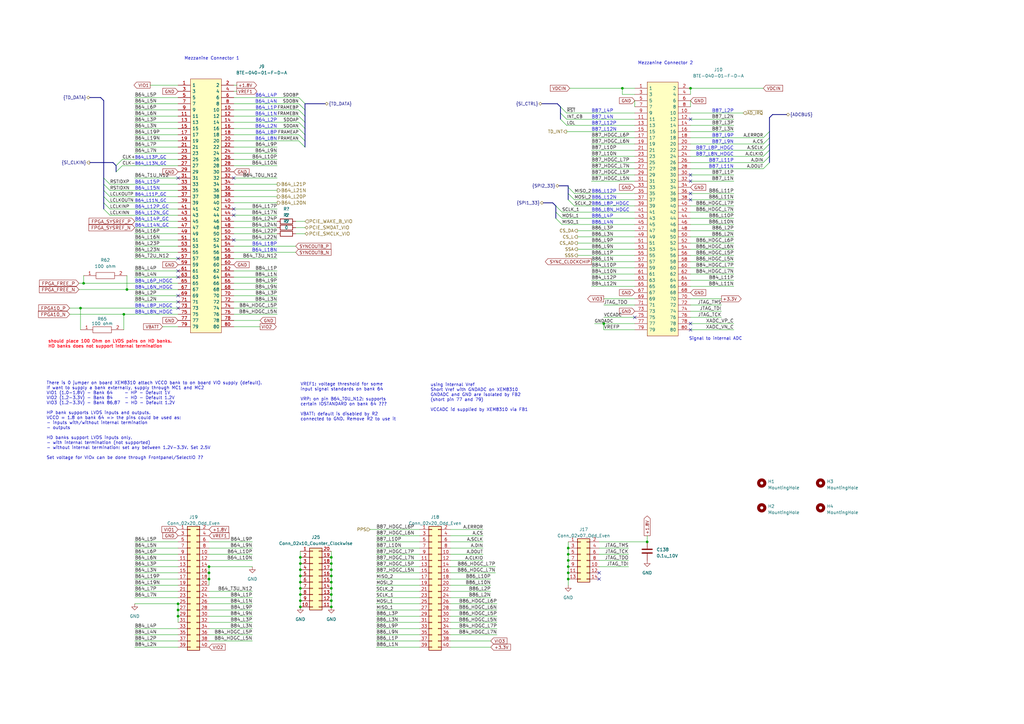
<source format=kicad_sch>
(kicad_sch (version 20230121) (generator eeschema)
  (paper "A3")
  (bus_alias "SPI2_33" (members "SCLK_2" "MOSI_2" "MISO_2"))
  (bus_alias "Si_CLKIN" (members "CLK+" "CLK-"))
  (bus_alias "Si_CTRL" (members "LOL" "INT_CB" "~{RST}"))
  (bus_alias "TD_DATA" (members "FRAMEAP" "FRAMEAN" "SDOAP" "SDOAN" "FRAMEBP" "FRAMEBN" "SDOBP" "SDOBN" "RSTIDXP" "RSTIDXN" "LCLKINP" "LCLKINN" "LCLKOUTP" "LCLKOUTN"))
  (junction (at 73.025 247.65))
  (junction (at 233.045 232.41))
  (junction (at 123.19 248.92))
  (junction (at 135.89 236.22))
  (junction (at 123.19 241.3))
  (junction (at 85.725 232.41))
  (junction (at 123.19 246.38))
  (junction (at 52.07 118.745))
  (junction (at 85.725 234.95))
  (junction (at 233.045 234.95))
  (junction (at 283.21 36.195))
  (junction (at 123.19 228.6))
  (junction (at 135.89 248.92))
  (junction (at 34.29 116.205))
  (junction (at 233.045 227.33))
  (junction (at 50.8 128.905))
  (junction (at 123.19 236.22))
  (junction (at 233.045 224.79))
  (junction (at 135.89 241.3))
  (junction (at 123.19 231.14))
  (junction (at 85.725 237.49))
  (junction (at 123.19 233.68))
  (junction (at 73.025 252.73))
  (junction (at 135.89 238.76))
  (junction (at 255.27 36.195))
  (junction (at 73.025 250.19))
  (junction (at 265.43 222.25))
  (junction (at 135.89 231.14))
  (junction (at 135.89 243.84))
  (junction (at 135.89 233.68))
  (junction (at 135.89 246.38))
  (junction (at 233.045 229.87))
  (junction (at 33.02 126.365))
  (junction (at 135.89 228.6))
  (junction (at 123.19 243.84))
  (junction (at 247.65 132.715))
  (junction (at 123.19 238.76))
  (junction (at 233.045 237.49))
  (no_connect (at 95.885 88.265))
  (no_connect (at 73.025 123.825))
  (no_connect (at 283.21 79.375))
  (no_connect (at 73.025 113.665))
  (no_connect (at 73.025 73.025))
  (no_connect (at 260.35 130.175))
  (no_connect (at 245.745 237.49))
  (no_connect (at 283.21 74.295))
  (no_connect (at 283.21 132.715))
  (no_connect (at 283.21 81.915))
  (no_connect (at 73.025 121.285))
  (no_connect (at 73.025 126.365))
  (no_connect (at 95.885 98.425))
  (no_connect (at 95.885 85.725))
  (no_connect (at 73.025 111.125))
  (no_connect (at 73.025 106.045))
  (no_connect (at 283.21 48.895))
  (no_connect (at 95.885 73.025))
  (no_connect (at 283.21 135.255))
  (no_connect (at 245.745 234.95))
  (no_connect (at 283.21 71.755))
  (bus_entry (at 313.055 64.135) (size 2.54 -2.54))
  (bus_entry (at 42.545 73.025) (size 2.54 2.54))
  (bus_entry (at 227.965 89.535) (size 2.54 2.54))
  (bus_entry (at 42.545 80.645) (size 2.54 2.54))
  (bus_entry (at 47.625 70.485) (size 2.54 -2.54))
  (bus_entry (at 122.555 40.005) (size 2.54 2.54))
  (bus_entry (at 227.965 84.455) (size 2.54 2.54))
  (bus_entry (at 313.055 69.215) (size 2.54 -2.54))
  (bus_entry (at 42.545 75.565) (size 2.54 2.54))
  (bus_entry (at 313.055 59.055) (size 2.54 -2.54))
  (bus_entry (at 313.055 61.595) (size 2.54 -2.54))
  (bus_entry (at 122.555 42.545) (size 2.54 2.54))
  (bus_entry (at 229.87 43.815) (size 2.54 2.54))
  (bus_entry (at 227.965 86.995) (size 2.54 2.54))
  (bus_entry (at 313.055 56.515) (size 2.54 -2.54))
  (bus_entry (at 229.87 48.895) (size 2.54 2.54))
  (bus_entry (at 42.545 78.105) (size 2.54 2.54))
  (bus_entry (at 122.555 50.165) (size 2.54 2.54))
  (bus_entry (at 122.555 47.625) (size 2.54 2.54))
  (bus_entry (at 313.055 66.675) (size 2.54 -2.54))
  (bus_entry (at 229.87 46.355) (size 2.54 2.54))
  (bus_entry (at 42.545 83.185) (size 2.54 2.54))
  (bus_entry (at 233.045 76.835) (size 2.54 2.54))
  (bus_entry (at 42.545 85.725) (size 2.54 2.54))
  (bus_entry (at 233.045 79.375) (size 2.54 2.54))
  (bus_entry (at 122.555 52.705) (size 2.54 2.54))
  (bus_entry (at 122.555 45.085) (size 2.54 2.54))
  (bus_entry (at 47.625 67.945) (size 2.54 -2.54))
  (bus_entry (at 122.555 55.245) (size 2.54 2.54))
  (bus_entry (at 122.555 57.785) (size 2.54 2.54))
  (bus_entry (at 233.045 81.915) (size 2.54 2.54))
  (bus (pts (xy 315.595 48.26) (xy 315.595 53.975)))
  (wire (pts (xy 95.885 93.345) (xy 113.665 93.345)))
  (wire (pts (xy 55.245 57.785) (xy 73.025 57.785)))
  (wire (pts (xy 45.085 75.565) (xy 73.025 75.565)))
  (wire (pts (xy 283.21 109.855) (xy 300.99 109.855)))
  (wire (pts (xy 247.65 122.555) (xy 260.35 122.555)))
  (wire (pts (xy 154.305 260.35) (xy 172.085 260.35)))
  (wire (pts (xy 123.19 246.38) (xy 123.19 248.92)))
  (bus (pts (xy 42.545 83.185) (xy 42.545 80.645)))
  (wire (pts (xy 283.21 51.435) (xy 300.99 51.435)))
  (wire (pts (xy 283.21 41.275) (xy 283.21 43.815)))
  (wire (pts (xy 73.025 234.95) (xy 55.245 234.95)))
  (wire (pts (xy 55.245 55.245) (xy 73.025 55.245)))
  (wire (pts (xy 233.045 234.95) (xy 233.045 237.49)))
  (wire (pts (xy 235.585 81.915) (xy 260.35 81.915)))
  (wire (pts (xy 283.21 46.355) (xy 304.8 46.355)))
  (wire (pts (xy 85.725 250.19) (xy 103.505 250.19)))
  (wire (pts (xy 85.725 222.25) (xy 103.505 222.25)))
  (wire (pts (xy 172.085 232.41) (xy 154.305 232.41)))
  (wire (pts (xy 245.745 224.79) (xy 257.81 224.79)))
  (bus (pts (xy 315.595 56.515) (xy 315.595 53.975)))
  (wire (pts (xy 233.045 229.87) (xy 233.045 232.41)))
  (wire (pts (xy 95.885 62.865) (xy 113.665 62.865)))
  (wire (pts (xy 95.885 111.125) (xy 113.665 111.125)))
  (wire (pts (xy 85.725 224.79) (xy 103.505 224.79)))
  (wire (pts (xy 95.885 50.165) (xy 122.555 50.165)))
  (wire (pts (xy 95.885 103.505) (xy 121.285 103.505)))
  (wire (pts (xy 283.21 71.755) (xy 300.99 71.755)))
  (bus (pts (xy 315.595 61.595) (xy 315.595 64.135)))
  (wire (pts (xy 95.885 37.465) (xy 97.155 37.465)))
  (wire (pts (xy 184.785 229.87) (xy 198.12 229.87)))
  (wire (pts (xy 243.84 132.715) (xy 247.65 132.715)))
  (wire (pts (xy 55.245 60.325) (xy 73.025 60.325)))
  (wire (pts (xy 230.505 92.075) (xy 260.35 92.075)))
  (wire (pts (xy 184.785 240.03) (xy 201.295 240.03)))
  (wire (pts (xy 283.21 117.475) (xy 300.99 117.475)))
  (wire (pts (xy 135.89 228.6) (xy 135.89 231.14)))
  (wire (pts (xy 154.305 262.89) (xy 172.085 262.89)))
  (wire (pts (xy 95.885 67.945) (xy 113.665 67.945)))
  (wire (pts (xy 95.885 88.265) (xy 113.665 88.265)))
  (wire (pts (xy 85.725 257.81) (xy 103.505 257.81)))
  (wire (pts (xy 184.785 245.11) (xy 201.295 245.11)))
  (wire (pts (xy 55.245 50.165) (xy 73.025 50.165)))
  (wire (pts (xy 233.045 222.25) (xy 233.045 224.79)))
  (bus (pts (xy 42.545 75.565) (xy 42.545 78.105)))
  (wire (pts (xy 28.575 128.905) (xy 50.8 128.905)))
  (wire (pts (xy 283.21 61.595) (xy 313.055 61.595)))
  (bus (pts (xy 125.095 50.165) (xy 125.095 47.625)))
  (bus (pts (xy 229.87 43.815) (xy 228.6 42.545)))
  (wire (pts (xy 247.65 132.715) (xy 247.65 135.255)))
  (wire (pts (xy 283.21 125.095) (xy 295.91 125.095)))
  (wire (pts (xy 95.885 42.545) (xy 122.555 42.545)))
  (bus (pts (xy 42.545 41.275) (xy 42.545 73.025)))
  (wire (pts (xy 242.57 71.755) (xy 260.35 71.755)))
  (wire (pts (xy 184.785 227.33) (xy 198.12 227.33)))
  (wire (pts (xy 123.19 226.06) (xy 123.19 228.6)))
  (wire (pts (xy 45.085 78.105) (xy 73.025 78.105)))
  (wire (pts (xy 184.785 262.89) (xy 201.295 262.89)))
  (wire (pts (xy 50.165 67.945) (xy 73.025 67.945)))
  (wire (pts (xy 233.045 237.49) (xy 233.045 240.03)))
  (wire (pts (xy 151.765 217.17) (xy 172.085 217.17)))
  (wire (pts (xy 172.085 219.71) (xy 154.305 219.71)))
  (wire (pts (xy 283.21 94.615) (xy 300.99 94.615)))
  (wire (pts (xy 260.35 36.195) (xy 255.27 36.195)))
  (wire (pts (xy 154.305 257.81) (xy 172.085 257.81)))
  (wire (pts (xy 28.575 126.365) (xy 33.02 126.365)))
  (wire (pts (xy 184.785 219.71) (xy 198.12 219.71)))
  (wire (pts (xy 85.725 252.73) (xy 103.505 252.73)))
  (bus (pts (xy 125.095 45.085) (xy 125.095 42.545)))
  (wire (pts (xy 95.885 40.005) (xy 122.555 40.005)))
  (wire (pts (xy 55.245 100.965) (xy 73.025 100.965)))
  (wire (pts (xy 283.21 64.135) (xy 313.055 64.135)))
  (wire (pts (xy 95.885 65.405) (xy 113.665 65.405)))
  (wire (pts (xy 55.245 90.805) (xy 73.025 90.805)))
  (wire (pts (xy 242.57 117.475) (xy 260.35 117.475)))
  (wire (pts (xy 45.085 83.185) (xy 73.025 83.185)))
  (wire (pts (xy 135.89 248.92) (xy 135.89 246.38)))
  (wire (pts (xy 95.885 128.905) (xy 113.665 128.905)))
  (wire (pts (xy 33.02 126.365) (xy 33.02 135.255)))
  (wire (pts (xy 45.085 80.645) (xy 73.025 80.645)))
  (bus (pts (xy 42.545 80.645) (xy 42.545 78.105)))
  (wire (pts (xy 283.21 84.455) (xy 300.99 84.455)))
  (wire (pts (xy 184.785 265.43) (xy 201.295 265.43)))
  (bus (pts (xy 47.625 70.485) (xy 47.625 67.945)))
  (bus (pts (xy 47.625 67.945) (xy 46.355 66.675)))
  (wire (pts (xy 184.785 234.95) (xy 203.2 234.95)))
  (wire (pts (xy 135.89 226.06) (xy 135.89 228.6)))
  (wire (pts (xy 260.35 41.275) (xy 260.35 43.815)))
  (wire (pts (xy 247.65 135.255) (xy 260.35 135.255)))
  (wire (pts (xy 236.855 102.235) (xy 260.35 102.235)))
  (wire (pts (xy 50.8 128.905) (xy 50.8 135.255)))
  (wire (pts (xy 55.245 257.81) (xy 73.025 257.81)))
  (wire (pts (xy 233.045 227.33) (xy 233.045 229.87)))
  (bus (pts (xy 233.045 76.835) (xy 233.045 76.2)))
  (wire (pts (xy 245.745 222.25) (xy 265.43 222.25)))
  (wire (pts (xy 32.385 116.205) (xy 34.29 116.205)))
  (wire (pts (xy 95.885 52.705) (xy 122.555 52.705)))
  (wire (pts (xy 230.505 86.995) (xy 260.35 86.995)))
  (wire (pts (xy 265.43 219.71) (xy 265.43 222.25)))
  (wire (pts (xy 230.505 89.535) (xy 260.35 89.535)))
  (wire (pts (xy 184.785 217.17) (xy 198.12 217.17)))
  (wire (pts (xy 85.725 262.89) (xy 103.505 262.89)))
  (wire (pts (xy 242.57 69.215) (xy 260.35 69.215)))
  (wire (pts (xy 32.385 118.745) (xy 52.07 118.745)))
  (wire (pts (xy 103.505 232.41) (xy 85.725 232.41)))
  (wire (pts (xy 55.245 62.865) (xy 73.025 62.865)))
  (wire (pts (xy 55.245 45.085) (xy 73.025 45.085)))
  (wire (pts (xy 283.21 59.055) (xy 313.055 59.055)))
  (wire (pts (xy 283.21 122.555) (xy 295.91 122.555)))
  (wire (pts (xy 73.025 245.11) (xy 55.245 245.11)))
  (wire (pts (xy 245.745 227.33) (xy 257.81 227.33)))
  (wire (pts (xy 242.57 64.135) (xy 260.35 64.135)))
  (wire (pts (xy 123.19 228.6) (xy 123.19 231.14)))
  (wire (pts (xy 103.505 229.87) (xy 85.725 229.87)))
  (wire (pts (xy 236.855 99.695) (xy 260.35 99.695)))
  (wire (pts (xy 233.045 224.79) (xy 233.045 227.33)))
  (wire (pts (xy 55.245 103.505) (xy 73.025 103.505)))
  (bus (pts (xy 125.095 57.785) (xy 125.095 55.245)))
  (wire (pts (xy 242.57 107.315) (xy 260.35 107.315)))
  (bus (pts (xy 315.595 48.26) (xy 316.865 46.99)))
  (wire (pts (xy 184.785 224.79) (xy 198.12 224.79)))
  (bus (pts (xy 125.095 52.705) (xy 125.095 50.165)))
  (wire (pts (xy 235.585 79.375) (xy 260.35 79.375)))
  (wire (pts (xy 50.8 128.905) (xy 73.025 128.905)))
  (wire (pts (xy 73.025 247.65) (xy 55.245 247.65)))
  (wire (pts (xy 123.19 231.14) (xy 123.19 233.68)))
  (wire (pts (xy 283.21 130.175) (xy 295.91 130.175)))
  (wire (pts (xy 121.285 93.345) (xy 125.095 93.345)))
  (wire (pts (xy 95.885 78.105) (xy 113.665 78.105)))
  (wire (pts (xy 154.305 265.43) (xy 172.085 265.43)))
  (wire (pts (xy 73.025 242.57) (xy 55.245 242.57)))
  (wire (pts (xy 172.085 222.25) (xy 154.305 222.25)))
  (wire (pts (xy 283.21 127.635) (xy 295.91 127.635)))
  (wire (pts (xy 154.305 252.73) (xy 172.085 252.73)))
  (wire (pts (xy 45.085 88.265) (xy 73.025 88.265)))
  (wire (pts (xy 283.21 86.995) (xy 300.99 86.995)))
  (bus (pts (xy 125.095 55.245) (xy 125.095 52.705)))
  (wire (pts (xy 95.885 116.205) (xy 113.665 116.205)))
  (wire (pts (xy 283.21 99.695) (xy 300.99 99.695)))
  (bus (pts (xy 315.595 61.595) (xy 315.595 59.055)))
  (wire (pts (xy 184.785 242.57) (xy 201.295 242.57)))
  (wire (pts (xy 283.21 114.935) (xy 300.99 114.935)))
  (wire (pts (xy 135.89 241.3) (xy 135.89 238.76)))
  (wire (pts (xy 242.57 112.395) (xy 260.35 112.395)))
  (bus (pts (xy 42.545 73.025) (xy 42.545 75.565)))
  (wire (pts (xy 55.245 93.345) (xy 73.025 93.345)))
  (wire (pts (xy 236.855 94.615) (xy 260.35 94.615)))
  (bus (pts (xy 36.83 66.675) (xy 46.355 66.675)))
  (wire (pts (xy 245.745 229.87) (xy 257.81 229.87)))
  (wire (pts (xy 172.085 229.87) (xy 154.305 229.87)))
  (wire (pts (xy 95.885 60.325) (xy 113.665 60.325)))
  (wire (pts (xy 73.025 252.73) (xy 73.025 255.27)))
  (wire (pts (xy 135.89 246.38) (xy 135.89 243.84)))
  (wire (pts (xy 247.65 130.175) (xy 260.35 130.175)))
  (wire (pts (xy 242.57 61.595) (xy 260.35 61.595)))
  (wire (pts (xy 184.785 250.19) (xy 203.835 250.19)))
  (bus (pts (xy 222.885 83.185) (xy 226.695 83.185)))
  (wire (pts (xy 232.41 46.355) (xy 260.35 46.355)))
  (wire (pts (xy 95.885 75.565) (xy 113.665 75.565)))
  (wire (pts (xy 121.285 95.885) (xy 125.095 95.885)))
  (wire (pts (xy 34.29 116.205) (xy 73.025 116.205)))
  (wire (pts (xy 245.745 232.41) (xy 257.81 232.41)))
  (wire (pts (xy 135.89 243.84) (xy 135.89 241.3)))
  (wire (pts (xy 55.245 98.425) (xy 73.025 98.425)))
  (bus (pts (xy 222.25 42.545) (xy 228.6 42.545)))
  (wire (pts (xy 61.595 34.925) (xy 73.025 34.925)))
  (wire (pts (xy 300.99 97.155) (xy 283.21 97.155)))
  (wire (pts (xy 95.885 118.745) (xy 113.665 118.745)))
  (wire (pts (xy 85.725 237.49) (xy 85.725 240.03)))
  (wire (pts (xy 66.675 133.985) (xy 73.025 133.985)))
  (wire (pts (xy 55.245 52.705) (xy 73.025 52.705)))
  (wire (pts (xy 95.885 45.085) (xy 122.555 45.085)))
  (wire (pts (xy 283.21 107.315) (xy 300.99 107.315)))
  (bus (pts (xy 227.965 86.995) (xy 227.965 84.455)))
  (wire (pts (xy 233.045 232.41) (xy 233.045 234.95)))
  (wire (pts (xy 73.025 250.19) (xy 73.025 252.73)))
  (wire (pts (xy 242.57 109.855) (xy 260.35 109.855)))
  (wire (pts (xy 232.41 51.435) (xy 260.35 51.435)))
  (wire (pts (xy 73.025 222.25) (xy 55.245 222.25)))
  (bus (pts (xy 229.87 48.895) (xy 229.87 46.355)))
  (wire (pts (xy 85.725 245.11) (xy 103.505 245.11)))
  (wire (pts (xy 123.19 236.22) (xy 123.19 238.76)))
  (wire (pts (xy 283.21 132.715) (xy 300.99 132.715)))
  (wire (pts (xy 172.085 237.49) (xy 154.305 237.49)))
  (wire (pts (xy 283.21 36.195) (xy 313.055 36.195)))
  (bus (pts (xy 42.545 41.275) (xy 41.275 40.005)))
  (wire (pts (xy 95.885 98.425) (xy 113.665 98.425)))
  (bus (pts (xy 229.235 76.2) (xy 233.045 76.2)))
  (wire (pts (xy 184.785 255.27) (xy 203.835 255.27)))
  (wire (pts (xy 103.505 227.33) (xy 85.725 227.33)))
  (wire (pts (xy 55.245 111.125) (xy 73.025 111.125)))
  (wire (pts (xy 283.21 79.375) (xy 300.99 79.375)))
  (bus (pts (xy 315.595 59.055) (xy 315.595 56.515)))
  (wire (pts (xy 283.21 66.675) (xy 313.055 66.675)))
  (wire (pts (xy 55.245 265.43) (xy 73.025 265.43)))
  (wire (pts (xy 283.21 89.535) (xy 300.99 89.535)))
  (wire (pts (xy 95.885 106.045) (xy 113.665 106.045)))
  (bus (pts (xy 125.095 60.325) (xy 125.095 57.785)))
  (wire (pts (xy 135.89 233.68) (xy 135.89 236.22)))
  (wire (pts (xy 283.21 135.255) (xy 300.99 135.255)))
  (bus (pts (xy 233.045 81.915) (xy 233.045 79.375)))
  (bus (pts (xy 42.545 85.725) (xy 42.545 83.185)))
  (bus (pts (xy 36.83 40.005) (xy 41.275 40.005)))
  (wire (pts (xy 184.785 252.73) (xy 203.835 252.73)))
  (wire (pts (xy 95.885 113.665) (xy 113.665 113.665)))
  (wire (pts (xy 73.025 227.33) (xy 55.245 227.33)))
  (wire (pts (xy 95.885 90.805) (xy 113.665 90.805)))
  (wire (pts (xy 95.885 57.785) (xy 122.555 57.785)))
  (wire (pts (xy 184.785 257.81) (xy 203.835 257.81)))
  (wire (pts (xy 95.885 126.365) (xy 113.665 126.365)))
  (wire (pts (xy 135.89 231.14) (xy 135.89 233.68)))
  (wire (pts (xy 55.245 73.025) (xy 73.025 73.025)))
  (wire (pts (xy 73.025 237.49) (xy 55.245 237.49)))
  (wire (pts (xy 55.245 113.665) (xy 73.025 113.665)))
  (bus (pts (xy 227.965 84.455) (xy 226.695 83.185)))
  (wire (pts (xy 172.085 242.57) (xy 154.305 242.57)))
  (wire (pts (xy 232.41 48.895) (xy 260.35 48.895)))
  (wire (pts (xy 255.27 36.195) (xy 255.27 38.735)))
  (wire (pts (xy 123.19 238.76) (xy 123.19 241.3)))
  (wire (pts (xy 260.35 132.715) (xy 247.65 132.715)))
  (wire (pts (xy 236.855 97.155) (xy 260.35 97.155)))
  (wire (pts (xy 95.885 83.185) (xy 113.665 83.185)))
  (wire (pts (xy 55.245 123.825) (xy 73.025 123.825)))
  (wire (pts (xy 135.89 238.76) (xy 135.89 236.22)))
  (wire (pts (xy 95.885 121.285) (xy 113.665 121.285)))
  (bus (pts (xy 315.595 64.135) (xy 315.595 66.675)))
  (bus (pts (xy 125.095 42.545) (xy 133.35 42.545)))
  (wire (pts (xy 242.57 114.935) (xy 260.35 114.935)))
  (bus (pts (xy 227.965 89.535) (xy 227.965 86.995)))
  (wire (pts (xy 283.21 56.515) (xy 313.055 56.515)))
  (wire (pts (xy 242.57 59.055) (xy 260.35 59.055)))
  (wire (pts (xy 73.025 247.65) (xy 73.025 250.19)))
  (wire (pts (xy 85.725 255.27) (xy 103.505 255.27)))
  (wire (pts (xy 242.57 66.675) (xy 260.35 66.675)))
  (wire (pts (xy 283.21 81.915) (xy 300.99 81.915)))
  (wire (pts (xy 52.07 118.745) (xy 73.025 118.745)))
  (wire (pts (xy 172.085 240.03) (xy 154.305 240.03)))
  (wire (pts (xy 45.085 85.725) (xy 73.025 85.725)))
  (wire (pts (xy 154.305 250.19) (xy 172.085 250.19)))
  (wire (pts (xy 283.21 112.395) (xy 300.99 112.395)))
  (bus (pts (xy 316.865 46.99) (xy 322.58 46.99)))
  (wire (pts (xy 95.885 123.825) (xy 113.665 123.825)))
  (wire (pts (xy 283.21 38.735) (xy 283.21 36.195)))
  (wire (pts (xy 283.21 74.295) (xy 300.99 74.295)))
  (wire (pts (xy 283.21 92.075) (xy 300.99 92.075)))
  (wire (pts (xy 33.02 126.365) (xy 73.025 126.365)))
  (wire (pts (xy 95.885 95.885) (xy 113.665 95.885)))
  (wire (pts (xy 95.885 47.625) (xy 122.555 47.625)))
  (wire (pts (xy 34.29 113.03) (xy 34.29 116.205)))
  (wire (pts (xy 55.245 95.885) (xy 73.025 95.885)))
  (wire (pts (xy 85.725 247.65) (xy 103.505 247.65)))
  (wire (pts (xy 184.785 222.25) (xy 198.12 222.25)))
  (wire (pts (xy 232.41 53.975) (xy 260.35 53.975)))
  (wire (pts (xy 283.21 69.215) (xy 313.055 69.215)))
  (wire (pts (xy 85.725 234.95) (xy 85.725 237.49)))
  (wire (pts (xy 95.885 34.925) (xy 97.155 34.925)))
  (wire (pts (xy 236.855 104.775) (xy 260.35 104.775)))
  (wire (pts (xy 154.305 255.27) (xy 172.085 255.27)))
  (wire (pts (xy 95.885 100.965) (xy 121.285 100.965)))
  (wire (pts (xy 95.885 133.985) (xy 106.68 133.985)))
  (bus (pts (xy 233.045 79.375) (xy 233.045 76.835)))
  (wire (pts (xy 55.245 42.545) (xy 73.025 42.545)))
  (wire (pts (xy 184.785 232.41) (xy 203.2 232.41)))
  (wire (pts (xy 55.245 121.285) (xy 73.025 121.285)))
  (wire (pts (xy 184.785 247.65) (xy 203.835 247.65)))
  (wire (pts (xy 172.085 224.79) (xy 154.305 224.79)))
  (bus (pts (xy 125.095 47.625) (xy 125.095 45.085)))
  (wire (pts (xy 95.885 131.445) (xy 106.68 131.445)))
  (wire (pts (xy 55.245 260.35) (xy 73.025 260.35)))
  (wire (pts (xy 73.025 224.79) (xy 55.245 224.79)))
  (wire (pts (xy 123.19 243.84) (xy 123.19 246.38)))
  (wire (pts (xy 55.245 40.005) (xy 73.025 40.005)))
  (wire (pts (xy 154.305 247.65) (xy 172.085 247.65)))
  (wire (pts (xy 283.21 102.235) (xy 300.99 102.235)))
  (wire (pts (xy 52.07 113.03) (xy 52.07 118.745)))
  (wire (pts (xy 235.585 84.455) (xy 260.35 84.455)))
  (wire (pts (xy 260.35 38.735) (xy 255.27 38.735)))
  (wire (pts (xy 242.57 74.295) (xy 260.35 74.295)))
  (wire (pts (xy 73.025 240.03) (xy 55.245 240.03)))
  (wire (pts (xy 50.165 65.405) (xy 73.025 65.405)))
  (wire (pts (xy 73.025 232.41) (xy 55.245 232.41)))
  (wire (pts (xy 95.885 55.245) (xy 122.555 55.245)))
  (wire (pts (xy 242.57 56.515) (xy 260.35 56.515)))
  (wire (pts (xy 55.245 47.625) (xy 73.025 47.625)))
  (wire (pts (xy 172.085 234.95) (xy 154.305 234.95)))
  (wire (pts (xy 73.025 229.87) (xy 55.245 229.87)))
  (wire (pts (xy 283.21 48.895) (xy 300.99 48.895)))
  (wire (pts (xy 283.21 104.775) (xy 300.99 104.775)))
  (wire (pts (xy 95.885 73.025) (xy 113.665 73.025)))
  (wire (pts (xy 55.245 262.89) (xy 73.025 262.89)))
  (wire (pts (xy 283.21 53.975) (xy 300.99 53.975)))
  (wire (pts (xy 85.725 260.35) (xy 103.505 260.35)))
  (wire (pts (xy 95.885 85.725) (xy 113.665 85.725)))
  (wire (pts (xy 247.65 125.095) (xy 260.35 125.095)))
  (wire (pts (xy 184.785 260.35) (xy 203.835 260.35)))
  (wire (pts (xy 184.785 237.49) (xy 201.295 237.49)))
  (wire (pts (xy 123.19 233.68) (xy 123.19 236.22)))
  (wire (pts (xy 55.245 106.045) (xy 73.025 106.045)))
  (wire (pts (xy 85.725 232.41) (xy 85.725 234.95)))
  (wire (pts (xy 255.27 36.195) (xy 233.68 36.195)))
  (wire (pts (xy 121.285 90.805) (xy 125.095 90.805)))
  (bus (pts (xy 229.87 46.355) (xy 229.87 43.815)))
  (wire (pts (xy 95.885 80.645) (xy 113.665 80.645)))
  (wire (pts (xy 172.085 227.33) (xy 154.305 227.33)))
  (wire (pts (xy 85.725 242.57) (xy 103.505 242.57)))
  (wire (pts (xy 154.305 245.11) (xy 172.085 245.11)))
  (wire (pts (xy 123.19 241.3) (xy 123.19 243.84)))
  (text "B64_L18P" (at 113.665 100.965 0) (effects (font (size 1.3716 1.3716)) (justify right bottom)))
  (text "B87_L4N" (at 242.57 48.895 0) (effects (font (size 1.3716 1.3716)) (justify left bottom)))
  (text "B64_L2N" (at 113.665 52.705 0) (effects (font (size 1.3716 1.3716)) (justify right bottom)))
  (text "B64_L8P" (at 113.665 55.245 0) (effects (font (size 1.3716 1.3716)) (justify right bottom)))
  (text "B86_L8N_HDGC" (at 242.57 86.995 0) (effects (font (size 1.3716 1.3716)) (justify left bottom)))
  (text "There is 0 jumper on board XEM8310 attach VCCO bank to on board VIO supply (default).\nIf want to supply a bank externally, supply through MC1 and MC2 \nVIO1 (1.0-1.8V) - Bank 64     - HP - Default 1V\nVIO2 (1.2-3.3V) - Bank 84     - HD - Default 1.2V\nVIO3 (1.2-3.3V) - Bank 86,87  - HD - Default 1.2V\n\nHP bank supports LVDS inputs and outputs.\nVCCO = 1.8 on bank 64 => the pins could be used as:\n- inputs with/without internal termination\n- outputs\n\nHD banks support LVDS inputs only.\n- with internal termination (not supported)\n- without internal termination: set any between 1.2V-3.3V. Set 2.5V\n\nSet voltage for VIOx can be done through Frontpanel/SelectIO ??" (at 19.05 188.595 0) (effects (font (size 1.27 1.27)) (justify left bottom)))
  (text "B64_L15N" (at 55.245 78.105 0) (effects (font (size 1.3716 1.3716)) (justify left bottom)))
  (text "should place 100 Ohm on LVDS pairs on HD banks.\nHD banks does not support internal termination" (at 19.685 142.875 0) (effects (font (size 1.27 1.27) (thickness 0.254) bold) (justify left bottom)))
  (text "B64_L12P_GC" (at 55.245 85.725 0) (effects (font (size 1.3716 1.3716)) (justify left bottom)))
  (text "B64_L1N" (at 113.665 47.625 0) (effects (font (size 1.3716 1.3716)) (justify right bottom)))
  (text "B87_L8N_HDGC" (at 300.99 64.135 0) (effects (font (size 1.3716 1.3716)) (justify right bottom)))
  (text "B64_L13N_GC" (at 55.245 67.945 0) (effects (font (size 1.27 1.27)) (justify left bottom)))
  (text "B64_L2P" (at 113.665 50.165 0) (effects (font (size 1.3716 1.3716)) (justify right bottom)))
  (text "B64_L8N" (at 113.665 57.785 0) (effects (font (size 1.3716 1.3716)) (justify right bottom)))
  (text "B64_L11N_GC" (at 55.245 83.185 0) (effects (font (size 1.27 1.27)) (justify left bottom)))
  (text "B84_L8P_HDGC" (at 55.245 126.365 0) (effects (font (size 1.3716 1.3716)) (justify left bottom)))
  (text "Mezzanine Connector 2" (at 261.62 26.67 0) (effects (font (size 1.27 1.27)) (justify left bottom)))
  (text "B87_L2P" (at 300.99 46.355 0) (effects (font (size 1.3716 1.3716)) (justify right bottom)))
  (text "B86_L12P" (at 242.57 79.375 0) (effects (font (size 1.3716 1.3716)) (justify left bottom)))
  (text "B87_L9P" (at 300.99 56.515 0) (effects (font (size 1.3716 1.3716)) (justify right bottom)))
  (text "using internal Vref\nShort Vref with GNDADC on XEM8310\nGNDADC and GND are isolated by FB2\n(short pin 77 and 79)\n\nVCCADC id supplied by XEM8310 via FB1" (at 176.53 168.91 0) (effects (font (size 1.27 1.27)) (justify left bottom)))
  (text "B87_L8P_HDGC" (at 300.99 61.595 0) (effects (font (size 1.3716 1.3716)) (justify right bottom)))
  (text "B86_L8P_HDGC" (at 242.57 84.455 0) (effects (font (size 1.3716 1.3716)) (justify left bottom)))
  (text "B64_L18N" (at 113.665 103.505 0) (effects (font (size 1.3716 1.3716)) (justify right bottom)))
  (text "B87_L11N" (at 300.99 69.215 0) (effects (font (size 1.3716 1.3716)) (justify right bottom)))
  (text "B87_L11P" (at 300.99 66.675 0) (effects (font (size 1.3716 1.3716)) (justify right bottom)))
  (text "B64_L14N_GC" (at 55.245 93.345 0) (effects (font (size 1.3716 1.3716)) (justify left bottom)))
  (text "B64_L14P_GC" (at 55.245 90.805 0) (effects (font (size 1.3716 1.3716)) (justify left bottom)))
  (text "B64_L4N" (at 113.665 42.545 0) (effects (font (size 1.3716 1.3716)) (justify right bottom)))
  (text "B64_L15P" (at 55.245 75.565 0) (effects (font (size 1.3716 1.3716)) (justify left bottom)))
  (text "B87_L12N" (at 242.57 53.975 0) (effects (font (size 1.3716 1.3716)) (justify left bottom)))
  (text "B86_L4P" (at 242.57 89.535 0) (effects (font (size 1.3716 1.3716)) (justify left bottom)))
  (text "B86_L12N" (at 242.57 81.915 0) (effects (font (size 1.3716 1.3716)) (justify left bottom)))
  (text "Signal to internal ADC" (at 282.575 139.7 0) (effects (font (size 1.27 1.27)) (justify left bottom)))
  (text "Mezzanine Connector 1" (at 75.565 24.765 0) (effects (font (size 1.27 1.27)) (justify left bottom)))
  (text "B64_L4P" (at 113.665 40.005 0) (effects (font (size 1.3716 1.3716)) (justify right bottom)))
  (text "B64_L12N_GC" (at 55.245 88.265 0) (effects (font (size 1.3716 1.3716)) (justify left bottom)))
  (text "B87_L12P" (at 242.57 51.435 0) (effects (font (size 1.3716 1.3716)) (justify left bottom)))
  (text "B86_L4N" (at 242.57 92.075 0) (effects (font (size 1.3716 1.3716)) (justify left bottom)))
  (text "B64_L11P_GC" (at 55.245 80.645 0) (effects (font (size 1.27 1.27)) (justify left bottom)))
  (text "B87_L4P" (at 242.57 46.355 0) (effects (font (size 1.3716 1.3716)) (justify left bottom)))
  (text "B84_L6P_HDGC" (at 55.245 116.205 0) (effects (font (size 1.3716 1.3716)) (justify left bottom)))
  (text "B84_L6N_HDGC" (at 55.245 118.745 0) (effects (font (size 1.3716 1.3716)) (justify left bottom)))
  (text "B64_L13P_GC" (at 55.245 65.405 0) (effects (font (size 1.27 1.27)) (justify left bottom)))
  (text "B84_L8N_HDGC" (at 55.245 128.905 0) (effects (font (size 1.3716 1.3716)) (justify left bottom)))
  (text "B64_L1P" (at 113.665 45.085 0) (effects (font (size 1.3716 1.3716)) (justify right bottom)))
  (text "VREF1: voltage threshold for some \ninput signal standards on bank 64\n\nVRP: on pin B64_T0U_N12: supports\ncertain IOSTANDARD on bank 64 ???\n\nVBATT: default is disabled by R2 \nconnected to GND. Remove R2 to use it" (at 123.19 172.72 0) (effects (font (size 1.27 1.27)) (justify left bottom)))
  (text "B87_L9N" (at 300.99 59.055 0) (effects (font (size 1.3716 1.3716)) (justify right bottom)))
  (label "SCLK_1" (at 230.505 86.995 0))
  (label "B64_T1U_N12" (at 55.245 73.025 0) (effects (font (size 1.3716 1.3716))))
  (label "B64_L5N" (at 55.245 42.545 0) (effects (font (size 1.3716 1.3716))))
  (label "CLK-" (at 50.165 67.945 0))
  (label "B84_L10N" (at 242.57 112.395 0) (effects (font (size 1.3716 1.3716))))
  (label "A.DIN" (at 313.055 66.675 180))
  (label "B84_HDGC_L5P" (at 103.505 260.35 180) (effects (font (size 1.3716 1.3716))))
  (label "B87_L10P" (at 242.57 61.595 0) (effects (font (size 1.3716 1.3716))))
  (label "RSTIDXP" (at 45.085 75.565 0))
  (label "B64_L3P" (at 55.245 50.165 0) (effects (font (size 1.3716 1.3716))))
  (label "B87_L10P" (at 154.305 222.25 0) (effects (font (size 1.3716 1.3716))))
  (label "B86_L2N" (at 201.295 245.11 180) (effects (font (size 1.3716 1.3716))))
  (label "B84_HDGC_L5P" (at 113.665 126.365 180) (effects (font (size 1.3716 1.3716))))
  (label "B64_L10P" (at 103.505 227.33 180) (effects (font (size 1.3716 1.3716))))
  (label "B64_L6N" (at 55.245 229.87 0) (effects (font (size 1.3716 1.3716))))
  (label "B84_HDGC_L7N" (at 203.835 260.35 180) (effects (font (size 1.3716 1.3716))))
  (label "B84_HDGC_L7P" (at 300.99 109.855 180) (effects (font (size 1.3716 1.3716))))
  (label "B84_L3N" (at 113.665 123.825 180) (effects (font (size 1.3716 1.3716))))
  (label "INT_CB" (at 232.41 48.895 0))
  (label "A.SCLK" (at 198.12 222.25 180))
  (label "B64_L23N" (at 55.245 103.505 0) (effects (font (size 1.3716 1.3716))))
  (label "B86_HDGC_L5P" (at 203.835 252.73 180) (effects (font (size 1.3716 1.3716))))
  (label "B64_L7N" (at 55.245 62.865 0) (effects (font (size 1.3716 1.3716))))
  (label "B84_L11P" (at 300.99 114.935 180) (effects (font (size 1.3716 1.3716))))
  (label "B86_L11P" (at 300.99 79.375 180) (effects (font (size 1.3716 1.3716))))
  (label "JTAG_TDI" (at 295.91 127.635 180) (effects (font (size 1.3716 1.3716))))
  (label "B64_T3U_N12" (at 103.505 242.57 180) (effects (font (size 1.3716 1.3716))))
  (label "B84_L2P" (at 55.245 262.89 0) (effects (font (size 1.3716 1.3716))))
  (label "B86_L9N" (at 154.305 260.35 0) (effects (font (size 1.3716 1.3716))))
  (label "B84_L11N" (at 300.99 117.475 180) (effects (font (size 1.3716 1.3716))))
  (label "A.CS" (at 313.055 59.055 180))
  (label "B64_L6P" (at 55.245 45.085 0) (effects (font (size 1.3716 1.3716))))
  (label "B84_HDGC_L5N" (at 113.665 128.905 180) (effects (font (size 1.3716 1.3716))))
  (label "B87_HDGC_L5P" (at 242.57 71.755 0) (effects (font (size 1.3716 1.3716))))
  (label "B86_L2P" (at 201.295 242.57 180) (effects (font (size 1.3716 1.3716))))
  (label "B86_L1P" (at 154.305 262.89 0) (effects (font (size 1.3716 1.3716))))
  (label "FRAMEAN" (at 122.555 57.785 180))
  (label "B64_L16N" (at 55.245 98.425 0) (effects (font (size 1.3716 1.3716))))
  (label "FRAMEAP" (at 122.555 55.245 180))
  (label "B84_L9P" (at 113.665 116.205 180) (effects (font (size 1.3716 1.3716))))
  (label "SCLK_1" (at 154.305 245.11 0))
  (label "B64_L7P" (at 55.245 60.325 0) (effects (font (size 1.3716 1.3716))))
  (label "B84_L4N" (at 55.245 260.35 0) (effects (font (size 1.3716 1.3716))))
  (label "LCLKOUTN" (at 45.085 83.185 0))
  (label "B84_HDGC_L7P" (at 203.835 257.81 180) (effects (font (size 1.3716 1.3716))))
  (label "CLK+" (at 50.165 65.405 0))
  (label "B64_L19N" (at 55.245 240.03 0) (effects (font (size 1.3716 1.3716))))
  (label "B86_HDGC_L5N" (at 203.835 255.27 180) (effects (font (size 1.3716 1.3716))))
  (label "B84_L3P" (at 113.665 121.285 180) (effects (font (size 1.3716 1.3716))))
  (label "B86_L10N" (at 201.295 240.03 180) (effects (font (size 1.3716 1.3716))))
  (label "MISO_2" (at 235.585 79.375 0))
  (label "XADC_VP_C" (at 300.99 132.715 180) (effects (font (size 1.3716 1.3716))))
  (label "A.ERROR" (at 198.12 217.17 180))
  (label "B87_HDGC_L7N" (at 242.57 69.215 0) (effects (font (size 1.3716 1.3716))))
  (label "B87_L1P" (at 300.99 71.755 180) (effects (font (size 1.3716 1.3716))))
  (label "B87_HDGC_L7P" (at 154.305 227.33 0) (effects (font (size 1.3716 1.3716))))
  (label "B87_L3P" (at 300.99 51.435 180) (effects (font (size 1.3716 1.3716))))
  (label "B84_L3P" (at 103.505 255.27 180) (effects (font (size 1.3716 1.3716))))
  (label "B87_HDGC_L5N" (at 154.305 234.95 0) (effects (font (size 1.3716 1.3716))))
  (label "A.DOUT" (at 198.12 227.33 180))
  (label "SCLK_2" (at 235.585 84.455 0))
  (label "B87_HDGC_L5P" (at 154.305 232.41 0) (effects (font (size 1.3716 1.3716))))
  (label "B64_L6P" (at 55.245 227.33 0) (effects (font (size 1.3716 1.3716))))
  (label "B86_L3P" (at 154.305 252.73 0) (effects (font (size 1.3716 1.3716))))
  (label "B87_HDGC_L6N" (at 154.305 219.71 0) (effects (font (size 1.3716 1.3716))))
  (label "B84_L2P" (at 55.245 121.285 0) (effects (font (size 1.3716 1.3716))))
  (label "B64_T2U_N12" (at 55.245 106.045 0) (effects (font (size 1.3716 1.3716))))
  (label "JTAG_TCK" (at 257.81 227.33 180) (effects (font (size 1.3716 1.3716))))
  (label "LCLKOUTP" (at 45.085 80.645 0))
  (label "~{RST}" (at 232.41 46.355 0))
  (label "B64_L9N" (at 113.665 62.865 180) (effects (font (size 1.3716 1.3716))))
  (label "B86_HDGC_L6N" (at 203.835 250.19 180) (effects (font (size 1.3716 1.3716))))
  (label "B84_L9N" (at 113.665 118.745 180) (effects (font (size 1.3716 1.3716))))
  (label "B64_L9P" (at 103.505 222.25 180) (effects (font (size 1.3716 1.3716))))
  (label "B86_HDGC_L5P" (at 300.99 104.775 180) (effects (font (size 1.3716 1.3716))))
  (label "JTAG_TDO" (at 257.81 229.87 180) (effects (font (size 1.3716 1.3716))))
  (label "B84_HDGC_L5N" (at 103.505 262.89 180) (effects (font (size 1.3716 1.3716))))
  (label "MOSI_2" (at 154.305 240.03 0))
  (label "SDOBP" (at 122.555 40.005 180))
  (label "B64_L9N" (at 103.505 224.79 180) (effects (font (size 1.3716 1.3716))))
  (label "B84_L2N" (at 55.245 265.43 0) (effects (font (size 1.3716 1.3716))))
  (label "B86_HDGC_L5N" (at 300.99 107.315 180) (effects (font (size 1.3716 1.3716))))
  (label "LCLKINN" (at 45.085 88.265 0))
  (label "MISO_1" (at 154.305 250.19 0))
  (label "B87_HDGC_L6N" (at 242.57 59.055 0) (effects (font (size 1.3716 1.3716))))
  (label "A.CLKIO" (at 313.055 64.135 180))
  (label "JTAG_TMS" (at 257.81 224.79 180) (effects (font (size 1.3716 1.3716))))
  (label "B86_L2P" (at 300.99 94.615 180) (effects (font (size 1.3716 1.3716))))
  (label "B64_L3P" (at 55.245 232.41 0) (effects (font (size 1.3716 1.3716))))
  (label "B64_L19N" (at 55.245 57.785 0) (effects (font (size 1.3716 1.3716))))
  (label "SDOBN" (at 122.555 42.545 180))
  (label "MOSI_1" (at 230.505 89.535 0))
  (label "A.DIN" (at 198.12 224.79 180))
  (label "B84_L3N" (at 103.505 257.81 180) (effects (font (size 1.3716 1.3716))))
  (label "XADC_VN_C" (at 300.99 135.255 180) (effects (font (size 1.3716 1.3716))))
  (label "MOSI_1" (at 154.305 247.65 0))
  (label "B84_L4N" (at 55.245 113.665 0) (effects (font (size 1.3716 1.3716))))
  (label "MOSI_2" (at 235.585 81.915 0))
  (label "B84_L10P" (at 242.57 109.855 0) (effects (font (size 1.3716 1.3716))))
  (label "B64_L17P" (at 113.665 85.725 180) (effects (font (size 1.3716 1.3716))))
  (label "B84_HDGC_L7N" (at 300.99 112.395 180) (effects (font (size 1.3716 1.3716))))
  (label "B84_L1N" (at 113.665 113.665 180) (effects (font (size 1.3716 1.3716))))
  (label "B64_L23P" (at 55.245 100.965 0) (effects (font (size 1.3716 1.3716))))
  (label "B64_L7P" (at 55.245 242.57 0) (effects (font (size 1.3716 1.3716))))
  (label "B87_HDGC_L7N" (at 154.305 229.87 0) (effects (font (size 1.3716 1.3716))))
  (label "B64_L22N" (at 113.665 98.425 180) (effects (font (size 1.3716 1.3716))))
  (label "B87_HDGC_L5N" (at 242.57 74.295 0) (effects (font (size 1.3716 1.3716))))
  (label "B64_L10N" (at 113.665 67.945 180) (effects (font (size 1.3716 1.3716))))
  (label "B84_L9P" (at 103.505 250.19 180) (effects (font (size 1.3716 1.3716))))
  (label "A.SCLK" (at 313.055 61.595 180))
  (label "B64_L19P" (at 55.245 55.245 0) (effects (font (size 1.3716 1.3716))))
  (label "B64_L17N" (at 113.665 88.265 180) (effects (font (size 1.3716 1.3716))))
  (label "B86_L3N" (at 242.57 97.155 0) (effects (font (size 1.3716 1.3716))))
  (label "B86_L9P" (at 242.57 99.695 0) (effects (font (size 1.3716 1.3716))))
  (label "B64_T0U_N12" (at 113.665 73.025 180) (effects (font (size 1.3716 1.3716))))
  (label "B64_L7N" (at 55.245 245.11 0) (effects (font (size 1.3716 1.3716))))
  (label "MISO_2" (at 154.305 237.49 0))
  (label "B64_L16P" (at 55.245 95.885 0) (effects (font (size 1.3716 1.3716))))
  (label "B87_L10N" (at 242.57 64.135 0) (effects (font (size 1.3716 1.3716))))
  (label "B64_L9P" (at 113.665 60.325 180) (effects (font (size 1.3716 1.3716))))
  (label "SDOAN" (at 122.555 52.705 180))
  (label "B86_L1N" (at 154.305 265.43 0) (effects (font (size 1.3716 1.3716))))
  (label "SDOAP" (at 122.555 50.165 180))
  (label "B87_HDGC_L6P" (at 242.57 56.515 0) (effects (font (size 1.3716 1.3716))))
  (label "B84_L1N" (at 103.505 247.65 180) (effects (font (size 1.3716 1.3716))))
  (label "B84_L12P" (at 242.57 114.935 0) (effects (font (size 1.3716 1.3716))))
  (label "B64_L24N" (at 113.665 93.345 180) (effects (font (size 1.3716 1.3716))))
  (label "B86_HDGC_L7P" (at 203.2 232.41 180) (effects (font (size 1.3716 1.3716))))
  (label "B84_L1P" (at 103.505 245.11 180) (effects (font (size 1.3716 1.3716))))
  (label "LCLKINP" (at 45.085 85.725 0))
  (label "B64_L10N" (at 103.505 229.87 180) (effects (font (size 1.3716 1.3716))))
  (label "VCCADC" (at 247.65 130.175 0))
  (label "JTAG_TMS" (at 295.91 125.095 180) (effects (font (size 1.3716 1.3716))))
  (label "B64_L5P" (at 55.245 40.005 0) (effects (font (size 1.3716 1.3716))))
  (label "B87_L2N" (at 300.99 48.895 180) (effects (font (size 1.3716 1.3716))))
  (label "B87_L3N" (at 300.99 53.975 180) (effects (font (size 1.3716 1.3716))))
  (label "A.CLKIO" (at 198.12 229.87 180))
  (label "B86_L10P" (at 201.295 237.49 180) (effects (font (size 1.3716 1.3716))))
  (label "B86_L3N" (at 154.305 255.27 0) (effects (font (size 1.3716 1.3716))))
  (label "B64_L6N" (at 55.245 47.625 0) (effects (font (size 1.3716 1.3716))))
  (label "B86_L9N" (at 242.57 102.235 0) (effects (font (size 1.3716 1.3716))))
  (label "A.DOUT" (at 313.055 69.215 180))
  (label "B84_L4P" (at 55.245 111.125 0) (effects (font (size 1.3716 1.3716))))
  (label "JTAG_TCK" (at 295.91 130.175 180) (effects (font (size 1.3716 1.3716))))
  (label "B86_L10P" (at 300.99 89.535 180) (effects (font (size 1.3716 1.3716))))
  (label "B86_HDGC_L7N" (at 203.2 234.95 180) (effects (font (size 1.3716 1.3716))))
  (label "B84_L2N" (at 55.245 123.825 0) (effects (font (size 1.3716 1.3716))))
  (label "B64_L22P" (at 113.665 95.885 180) (effects (font (size 1.3716 1.3716))))
  (label "B84_L4P" (at 55.245 257.81 0) (effects (font (size 1.3716 1.3716))))
  (label "B64_L5N" (at 55.245 224.79 0) (effects (font (size 1.3716 1.3716))))
  (label "B86_L10N" (at 300.99 92.075 180) (effects (font (size 1.3716 1.3716))))
  (label "B86_HDGC_L6N" (at 300.99 102.235 180) (effects (font (size 1.3716 1.3716))))
  (label "B86_L1N" (at 242.57 107.315 0) (effects (font (size 1.3716 1.3716))))
  (label "B86_L11N" (at 300.99 81.915 180) (effects (font (size 1.3716 1.3716))))
  (label "B64_L3N" (at 55.245 52.705 0) (effects (font (size 1.3716 1.3716))))
  (label "B64_L3N" (at 55.245 234.95 0) (effects (font (size 1.3716 1.3716))))
  (label "B86_L9P" (at 154.305 257.81 0) (effects (font (size 1.3716 1.3716))))
  (label "VREFP" (at 247.65 135.255 0) (effects (font (size 1.3716 1.3716))))
  (label "LOL" (at 232.41 51.435 0))
  (label "B86_HDGC_L7N" (at 300.99 86.995 180) (effects (font (size 1.3716 1.3716))))
  (label "B86_L2N" (at 300.99 97.155 180) (effects (font (size 1.3716 1.3716))))
  (label "B87_L1N" (at 300.99 74.295 180) (effects (font (size 1.3716 1.3716))))
  (label "A.ERROR" (at 313.055 56.515 180))
  (label "B64_L10P" (at 113.665 65.405 180) (effects (font (size 1.3716 1.3716))))
  (label "FRAMEBN" (at 122.555 47.625 180))
  (label "B64_L5P" (at 55.245 222.25 0) (effects (font (size 1.3716 1.3716))))
  (label "B64_L19P" (at 55.245 237.49 0) (effects (font (size 1.3716 1.3716))))
  (label "B64_L24P" (at 113.665 90.805 180) (effects (font (size 1.3716 1.3716))))
  (label "B86_L1P" (at 242.57 104.775 0) (effects (font (size 1.3716 1.3716))))
  (label "B87_HDGC_L6P" (at 154.305 217.17 0) (effects (font (size 1.3716 1.3716))))
  (label "B87_L10N" (at 154.305 224.79 0) (effects (font (size 1.3716 1.3716))))
  (label "JTAG_TDO" (at 247.65 125.095 0) (effects (font (size 1.3716 1.3716))))
  (label "B86_HDGC_L6P" (at 300.99 99.695 180) (effects (font (size 1.3716 1.3716))))
  (label "B86_HDGC_L6P" (at 203.835 247.65 180) (effects (font (size 1.3716 1.3716))))
  (label "RSTIDXN" (at 45.085 78.105 0))
  (label "GNDADC" (at 243.84 132.715 0))
  (label "SCLK_2" (at 154.305 242.57 0))
  (label "B84_L12N" (at 242.57 117.475 0) (effects (font (size 1.3716 1.3716))))
  (label "B64_T3U_N12" (at 113.665 106.045 180) (effects (font (size 1.3716 1.3716))))
  (label "B84_L1P" (at 113.665 111.125 180) (effects (font (size 1.3716 1.3716))))
  (label "JTAG_TDI" (at 257.81 232.41 180) (effects (font (size 1.3716 1.3716))))
  (label "B86_L3P" (at 242.57 94.615 0) (effects (font (size 1.3716 1.3716))))
  (label "FRAMEBP" (at 122.555 45.085 180))
  (label "B84_L9N" (at 103.505 252.73 180) (effects (font (size 1.3716 1.3716))))
  (label "A.CS" (at 198.12 219.71 180))
  (label "B87_HDGC_L7P" (at 242.57 66.675 0) (effects (font (size 1.3716 1.3716))))
  (label "MISO_1" (at 230.505 92.075 0))
  (label "B86_HDGC_L7P" (at 300.99 84.455 180) (effects (font (size 1.3716 1.3716))))
  (global_label "VREF1" (shape output) (at 97.155 37.465 0) (property "Intersheetrefs" "${INTERSHEET_REFS}" (effects hide)))
  (global_label "GND" (shape input) (at 73.025 219.71 180) (property "Intersheetrefs" "${INTERSHEET_REFS}" (effects hide)))
  (global_label "GND" (shape input) (at 283.21 41.275 0) (property "Intersheetrefs" "${INTERSHEET_REFS}" (effects hide)))
  (global_label "+1.8V" (shape output) (at 265.43 219.71 90) (property "Intersheetrefs" "${INTERSHEET_REFS}" (effects hide)))
  (global_label "SYNC_CLOCKCHIP" (shape output) (at 242.57 107.315 180) (property "Intersheetrefs" "${INTERSHEET_REFS}" (effects hide)))
  (global_label "GND" (shape input) (at 73.025 37.465 180) (property "Intersheetrefs" "${INTERSHEET_REFS}" (effects hide)))
  (global_label "VDCIN" (shape input) (at 313.055 36.195 0) (property "Intersheetrefs" "${INTERSHEET_REFS}" (effects hide)))
  (global_label "+3.3V" (shape output) (at 295.91 122.555 0) (property "Intersheetrefs" "${INTERSHEET_REFS}" (effects hide)))
  (global_label "GND" (shape input) (at 73.025 70.485 180) (property "Intersheetrefs" "${INTERSHEET_REFS}" (effects hide)))
  (global_label "FPGA10_P" (shape input) (at 28.575 126.365 180) (effects (font (size 1.3716 1.3716))) (property "Intersheetrefs" "${INTERSHEET_REFS}" (effects hide)))
  (global_label "SYNCOUTB_P" (shape input) (at 121.285 100.965 0) (property "Intersheetrefs" "${INTERSHEET_REFS}" (effects hide)))
  (global_label "GND" (shape input) (at 260.35 120.015 180) (property "Intersheetrefs" "${INTERSHEET_REFS}" (effects hide)))
  (global_label "GND" (shape input) (at 95.885 70.485 0) (property "Intersheetrefs" "${INTERSHEET_REFS}" (effects hide)))
  (global_label "GND" (shape input) (at 73.025 108.585 180) (property "Intersheetrefs" "${INTERSHEET_REFS}" (effects hide)))
  (global_label "+1.8V" (shape input) (at 85.725 217.17 0) (property "Intersheetrefs" "${INTERSHEET_REFS}" (effects hide)))
  (global_label "VIO2" (shape input) (at 85.725 265.43 0) (property "Intersheetrefs" "${INTERSHEET_REFS}" (effects hide)))
  (global_label "FPGA_FREE_N" (shape input) (at 32.385 118.745 180) (effects (font (size 1.3716 1.3716))) (property "Intersheetrefs" "${INTERSHEET_REFS}" (effects hide)))
  (global_label "VDCIN" (shape input) (at 233.68 36.195 180) (property "Intersheetrefs" "${INTERSHEET_REFS}" (effects hide)))
  (global_label "GND" (shape input) (at 95.885 108.585 0) (property "Intersheetrefs" "${INTERSHEET_REFS}" (effects hide)))
  (global_label "GND" (shape input) (at 283.21 120.015 0) (property "Intersheetrefs" "${INTERSHEET_REFS}" (effects hide)))
  (global_label "VIO1" (shape input) (at 73.025 217.17 180) (property "Intersheetrefs" "${INTERSHEET_REFS}" (effects hide)))
  (global_label "GND" (shape input) (at 73.025 131.445 180) (property "Intersheetrefs" "${INTERSHEET_REFS}" (effects hide)))
  (global_label "VIO2" (shape output) (at 106.68 133.985 0) (property "Intersheetrefs" "${INTERSHEET_REFS}" (effects hide)))
  (global_label "GND" (shape input) (at 283.21 76.835 0) (property "Intersheetrefs" "${INTERSHEET_REFS}" (effects hide)))
  (global_label "VIO1" (shape output) (at 61.595 34.925 180) (property "Intersheetrefs" "${INTERSHEET_REFS}" (effects hide)))
  (global_label "VIO3" (shape input) (at 201.295 262.89 0) (property "Intersheetrefs" "${INTERSHEET_REFS}" (effects hide)))
  (global_label "GND" (shape input) (at 106.68 131.445 0) (property "Intersheetrefs" "${INTERSHEET_REFS}" (effects hide)))
  (global_label "FPGA_FREE_P" (shape input) (at 32.385 116.205 180) (effects (font (size 1.3716 1.3716))) (property "Intersheetrefs" "${INTERSHEET_REFS}" (effects hide)))
  (global_label "FPGA10_N" (shape input) (at 28.575 128.905 180) (effects (font (size 1.3716 1.3716))) (property "Intersheetrefs" "${INTERSHEET_REFS}" (effects hide)))
  (global_label "FPGA_SYSREF_N" (shape input) (at 55.245 93.345 180) (effects (font (size 1.3716 1.3716))) (property "Intersheetrefs" "${INTERSHEET_REFS}" (effects hide)))
  (global_label "GND" (shape input) (at 260.35 41.275 180) (property "Intersheetrefs" "${INTERSHEET_REFS}" (effects hide)))
  (global_label "SYNCOUTB_N" (shape input) (at 121.285 103.505 0) (property "Intersheetrefs" "${INTERSHEET_REFS}" (effects hide)))
  (global_label "VBATT" (shape input) (at 66.675 133.985 180) (property "Intersheetrefs" "${INTERSHEET_REFS}" (effects hide)))
  (global_label "VIO3" (shape output) (at 247.65 122.555 180) (property "Intersheetrefs" "${INTERSHEET_REFS}" (effects hide)))
  (global_label "FPGA_SYSREF_P" (shape input) (at 55.245 90.805 180) (effects (font (size 1.3716 1.3716))) (property "Intersheetrefs" "${INTERSHEET_REFS}" (effects hide)))
  (global_label "GND" (shape input) (at 260.35 127.635 180) (property "Intersheetrefs" "${INTERSHEET_REFS}" (effects hide)))
  (global_label "VREF1" (shape input) (at 85.725 219.71 0) (property "Intersheetrefs" "${INTERSHEET_REFS}" (effects hide)))
  (global_label "GND" (shape input) (at 260.35 76.835 180) (property "Intersheetrefs" "${INTERSHEET_REFS}" (effects hide)))
  (global_label "+1.8V" (shape output) (at 97.155 34.925 0) (property "Intersheetrefs" "${INTERSHEET_REFS}" (effects hide)))
  (global_label "+3.3V" (shape input) (at 201.295 265.43 0) (property "Intersheetrefs" "${INTERSHEET_REFS}" (effects hide)))
  (hierarchical_label "CS_AD" (shape output) (at 236.855 99.695 180))
  (hierarchical_label "PCIE_SMCLK_VIO" (shape bidirectional) (at 125.095 95.885 0) (effects (font (size 1.3716 1.3716))))
  (hierarchical_label "~{AD_IRQ}" (shape input) (at 304.8 46.355 0))
  (hierarchical_label "{SPI1_33}" (shape bidirectional) (at 222.885 83.185 180))
  (hierarchical_label "TD_INT" (shape output) (at 232.41 53.975 180))
  (hierarchical_label "PCIE_SMDAT_VIO" (shape bidirectional) (at 125.095 93.345 0) (effects (font (size 1.3716 1.3716))))
  (hierarchical_label "SSS" (shape output) (at 236.855 104.775 180))
  (hierarchical_label "{ADCBUS}" (shape bidirectional) (at 322.58 46.99 0))
  (hierarchical_label "B64_L20P" (shape output) (at 113.665 80.645 0) (effects (font (size 1.3716 1.3716))))
  (hierarchical_label "PPS" (shape input) (at 151.765 217.17 180))
  (hierarchical_label "B64_L21N" (shape output) (at 113.665 78.105 0) (effects (font (size 1.3716 1.3716))))
  (hierarchical_label "{Si_CTRL}" (shape bidirectional) (at 222.25 42.545 180))
  (hierarchical_label "{Si_CLKIN}" (shape output) (at 36.83 66.675 180))
  (hierarchical_label "B64_L21P" (shape output) (at 113.665 75.565 0) (effects (font (size 1.3716 1.3716))))
  (hierarchical_label "B64_L20N" (shape output) (at 113.665 83.185 0) (effects (font (size 1.3716 1.3716))))
  (hierarchical_label "PCIE_WAKE_B_VIO" (shape input) (at 125.095 90.805 0) (effects (font (size 1.3716 1.3716))))
  (hierarchical_label "{SPI2_33}" (shape bidirectional) (at 229.235 76.2 180))
  (hierarchical_label "{TD_DATA}" (shape bidirectional) (at 133.35 42.545 0))
  (hierarchical_label "CS_DA" (shape output) (at 236.855 94.615 180))
  (hierarchical_label "SSA" (shape output) (at 236.855 102.235 180))
  (hierarchical_label "CS_L" (shape output) (at 236.855 97.155 180))
  (hierarchical_label "{TD_DATA}" (shape bidirectional) (at 36.83 40.005 180))
  (symbol (lib_id "Connector_Generic:Conn_02x20_Odd_Even") (at 78.105 240.03 0) (unit 1)
    (property "Reference" "J19" (at 79.375 212.09 0))
    (property "Value" "Conn_02x20_Odd_Even" (at 79.375 214.63 0))
    (property "Footprint" "Connector_PinHeader_2.54mm:PinHeader_2x20_P2.54mm_Vertical" (effects hide))
    (instances (project "Bread" (path "" (reference "J19") (unit 1))) (project "Bread70" (path "" (reference "J2") (unit 1))))
  )
  (symbol (lib_id "Device:R") (at 117.475 90.805 270) (unit 1)
    (property "Reference" "R?" (at 117.475 85.725 90))
    (property "Value" "0" (at 117.475 88.265 90))
    (property "Footprint" "Resistor_SMD:R_0603_1608Metric" (effects hide))
    (property "Datasheet" "https://www.mouser.fr/ProductDetail/YAGEO/AC0603FR-070RL?qs=UoPT7wUmgYIHE8YhvUntLg%3D%3D" (effects hide))
    (property "Description" "Thick Film Resistors - SMD 0 Ohms 100m W 0603% 1% AEC-Q200 Standard Power Version " (effects hide))
    (property "Man" "YAGEO " (effects hide))
    (property "Part" "AC0603FR-070RL" (effects hide))
    (property "Unitprice" "0.094" (effects hide))
    (property "Dis" "Mouser" (effects hide))
    (instances (project "DACs_Eval" (path "" (reference "R?") (unit 1)) (path "" (reference "R?") (unit 1)) (path "" (reference "R84") (unit 1))) (project "Bread" (path "" (reference "R63") (unit 1))) (project "Bread70" (path "" (reference "R1") (unit 1))))
  )
  (symbol (lib_id "power:GND") (at 103.505 232.41 0) (unit 1)
    (property "Reference" "#PWR0115" (effects hide))
    (property "Value" "GND" (at 103.505 237.49 0))
    (instances (project "DACs_Eval" (path "" (reference "#PWR0115") (unit 1))) (project "Bread" (path "" (reference "#PWR067") (unit 1))) (project "Bread70" (path "" (reference "#PWR0230") (unit 1))))
  )
  (symbol (lib_id "power:GND") (at 265.43 229.87 0) (unit 1)
    (property "Reference" "#PWR0128" (effects hide))
    (property "Value" "GND" (at 265.43 234.95 0))
    (instances (project "DACs_Eval" (path "" (reference "#PWR0128") (unit 1))) (project "Bread" (path "" (reference "#PWR063") (unit 1))) (project "Bread70" (path "" (reference "#PWR05") (unit 1))))
  )
  (symbol (lib_id "Device:C") (at 265.43 226.06 0) (unit 1)
    (property "Reference" "C138" (at 269.24 225.425 0) (effects (justify left)))
    (property "Value" "0.1u_10V" (at 269.24 227.965 0) (effects (justify left)))
    (property "Footprint" "Capacitor_SMD:C_0402_1005Metric" (effects hide))
    (property "Datasheet" "https://www.mouser.fr/ProductDetail/KEMET/C0402C104K8RAC7411?qs=jI8Gez59nxLW91z1FcDfhw%3D%3D" (effects hide))
    (property "Description" "    Multilayer Ceramic Capacitors MLCC - SMD/SMT 10V 0.1uF X7R 0402 10% " (effects hide))
    (property "Man" "Kemet" (effects hide))
    (property "Part" " C0402C104K8RAC7411 " (effects hide))
    (property "Unitprice" "0.094" (effects hide))
    (property "Dis" " Mouser" (effects hide))
    (instances (project "DACs_Eval" (path "" (reference "C138") (unit 1)) (path "" (reference "C198") (unit 1))) (project "Bread" (path "" (reference "C54") (unit 1))) (project "Bread70" (path "" (reference "C1") (unit 1))))
  )
  (symbol (lib_id "BTE-040-01-F-D-A:BTE-040-01-F-D-A") (at 283.21 36.195 0) (mirror y) (unit 1)
    (property "Reference" "J10" (at 294.64 28.575 0))
    (property "Value" "BTE-040-01-F-D-A" (at 294.64 31.115 0))
    (property "Footprint" "External:BTE-040-YY-X-D-A" (effects hide))
    (property "Datasheet" "https://www.mouser.fr/datasheet/2/527/bte-2854182.pdf" (effects hide))
    (property "Description" "Board to Board & Mezzanine Connectors 0.80 mm Basic Blade & Beam Terminal Strip " (effects hide))
    (property "Man" "SAMTEC" (effects hide))
    (property "Part" "BTE-040-01-F-D-A" (effects hide))
    (property "Unitprice" "8.51" (effects hide))
    (property "Dis" "Mouser" (effects hide))
    (instances (project "DACs_Eval" (path "" (reference "J10") (unit 1))) (project "Bread" (path "" (reference "J17") (unit 1))) (project "Bread70" (path "" (reference "J4") (unit 1))))
  )
  (symbol (lib_id "RC0402FR-07100RL:RC0402FR-07100RL") (at 33.02 135.255 0) (unit 1)
    (property "Reference" "R65" (at 41.91 130.81 0))
    (property "Value" "100 ohm" (at 41.91 132.715 0))
    (property "Footprint" "RESC1005X40N" (effects hide))
    (property "Datasheet" "https://www.yageo.com/upload/media/product/productsearch/datasheet/rchip/PYu-RC_Group_51_RoHS_L_10.pdf" (effects hide))
    (property "Description" "ic" (effects hide))
    (property "Height" "0.4" (effects hide))
    (property "Mouser Part Number" "603-RC0402FR-07100RL" (effects hide))
    (property "Mouser Price/Stock" "https://www.mouser.co.uk/ProductDetail/YAGEO/RC0402FR-07100RL?qs=V1yeUXFNrknwaJOOZ4yDtg%3D%3D" (effects hide))
    (property "Manufacturer_Name" "YAGEO" (effects hide))
    (property "Manufacturer_Part_Number" "RC0402FR-07100RL" (effects hide))
  )
  (symbol (lib_id "power:GND") (at 123.19 248.92 0) (unit 1)
    (property "Reference" "#PWR0127" (effects hide))
    (property "Value" "GND" (at 123.19 254 0))
    (instances (project "DACs_Eval" (path "" (reference "#PWR0127") (unit 1))) (project "Bread" (path "" (reference "#PWR031") (unit 1))) (project "Bread70" (path "" (reference "#PWR06") (unit 1))))
  )
  (symbol (lib_id "Mechanical:MountingHole") (at 336.55 208.28 0) (unit 1)
    (property "Reference" "H4" (at 339.09 207.645 0) (effects (justify left)))
    (property "Value" "MountingHole" (at 339.09 210.185 0) (effects (justify left)))
    (property "Footprint" "MountingHole:MountingHole_3.5mm_Pad_Via" (effects hide))
  )
  (symbol (lib_id "Device:R") (at 117.475 93.345 270) (unit 1)
    (property "Reference" "R?" (at 117.475 88.265 90))
    (property "Value" "0" (at 117.475 90.805 90))
    (property "Footprint" "Resistor_SMD:R_0603_1608Metric" (effects hide))
    (property "Datasheet" "https://www.mouser.fr/ProductDetail/YAGEO/AC0603FR-070RL?qs=UoPT7wUmgYIHE8YhvUntLg%3D%3D" (effects hide))
    (property "Description" "Thick Film Resistors - SMD 0 Ohms 100m W 0603% 1% AEC-Q200 Standard Power Version " (effects hide))
    (property "Man" "YAGEO " (effects hide))
    (property "Part" "AC0603FR-070RL" (effects hide))
    (property "Unitprice" "0.094" (effects hide))
    (property "Dis" "Mouser" (effects hide))
    (instances (project "DACs_Eval" (path "" (reference "R?") (unit 1)) (path "" (reference "R?") (unit 1)) (path "" (reference "R83") (unit 1))) (project "Bread" (path "" (reference "R64") (unit 1))) (project "Bread70" (path "" (reference "R2") (unit 1))))
  )
  (symbol (lib_id "Connector_Generic:Conn_02x20_Odd_Even") (at 177.165 240.03 0) (unit 1)
    (property "Reference" "J18" (at 178.435 212.09 0))
    (property "Value" "Conn_02x20_Odd_Even" (at 178.435 214.63 0))
    (property "Footprint" "Connector_PinHeader_2.54mm:PinHeader_2x20_P2.54mm_Vertical" (effects hide))
    (instances (project "Bread" (path "" (reference "J18") (unit 1))) (project "Bread70" (path "" (reference "J1") (unit 1))))
  )
  (symbol (lib_id "Mechanical:MountingHole") (at 312.42 198.12 0) (unit 1)
    (property "Reference" "H1" (at 314.96 197.485 0) (effects (justify left)))
    (property "Value" "MountingHole" (at 314.96 200.025 0) (effects (justify left)))
    (property "Footprint" "MountingHole:MountingHole_3.5mm_Pad_Via" (effects hide))
  )
  (symbol (lib_id "Mechanical:MountingHole") (at 336.55 198.12 0) (unit 1)
    (property "Reference" "H3" (at 339.09 197.485 0) (effects (justify left)))
    (property "Value" "MountingHole" (at 339.09 200.025 0) (effects (justify left)))
    (property "Footprint" "MountingHole:MountingHole_3.5mm_Pad_Via" (effects hide))
  )
  (symbol (lib_id "power:GND") (at 233.045 240.03 0) (unit 1)
    (property "Reference" "#PWR0127" (effects hide))
    (property "Value" "GND" (at 233.045 245.11 0))
    (instances (project "DACs_Eval" (path "" (reference "#PWR0127") (unit 1))) (project "Bread" (path "" (reference "#PWR031") (unit 1))) (project "Bread70" (path "" (reference "#PWR04") (unit 1))))
  )
  (symbol (lib_id "RC0402FR-07100RL:RC0402FR-07100RL") (at 34.29 113.03 0) (unit 1)
    (property "Reference" "R62" (at 43.18 106.68 0))
    (property "Value" "100 ohm" (at 43.18 109.22 0))
    (property "Footprint" "RESC1005X40N" (effects hide))
    (property "Datasheet" "https://www.yageo.com/upload/media/product/productsearch/datasheet/rchip/PYu-RC_Group_51_RoHS_L_10.pdf" (effects hide))
    (property "Description" "ic" (effects hide))
    (property "Height" "0.4" (effects hide))
    (property "Mouser Part Number" "603-RC0402FR-07100RL" (effects hide))
    (property "Mouser Price/Stock" "https://www.mouser.co.uk/ProductDetail/YAGEO/RC0402FR-07100RL?qs=V1yeUXFNrknwaJOOZ4yDtg%3D%3D" (effects hide))
    (property "Manufacturer_Name" "YAGEO" (effects hide))
    (property "Manufacturer_Part_Number" "RC0402FR-07100RL" (effects hide))
  )
  (symbol (lib_id "Device:R") (at 117.475 95.885 270) (unit 1)
    (property "Reference" "R?" (at 117.475 90.805 90))
    (property "Value" "0" (at 117.475 93.345 90))
    (property "Footprint" "Resistor_SMD:R_0603_1608Metric" (effects hide))
    (property "Datasheet" "https://www.mouser.fr/ProductDetail/YAGEO/AC0603FR-070RL?qs=UoPT7wUmgYIHE8YhvUntLg%3D%3D" (effects hide))
    (property "Description" "Thick Film Resistors - SMD 0 Ohms 100m W 0603% 1% AEC-Q200 Standard Power Version " (effects hide))
    (property "Man" "YAGEO " (effects hide))
    (property "Part" "AC0603FR-070RL" (effects hide))
    (property "Unitprice" "0.094" (effects hide))
    (property "Dis" "Mouser" (effects hide))
    (instances (project "DACs_Eval" (path "" (reference "R?") (unit 1)) (path "" (reference "R?") (unit 1)) (path "" (reference "R82") (unit 1))) (project "Bread" (path "" (reference "R65") (unit 1))) (project "Bread70" (path "" (reference "R3") (unit 1))))
  )
  (symbol (lib_id "Mechanical:MountingHole") (at 312.42 208.28 0) (unit 1)
    (property "Reference" "H2" (at 314.96 207.645 0) (effects (justify left)))
    (property "Value" "MountingHole" (at 314.96 210.185 0) (effects (justify left)))
    (property "Footprint" "MountingHole:MountingHole_3.5mm_Pad_Via" (effects hide))
  )
  (symbol (lib_id "Connector_Generic:Conn_02x10_Counter_Clockwise") (at 128.27 236.22 0) (unit 1)
    (property "Reference" "J25" (at 129.54 220.345 0))
    (property "Value" "Conn_02x10_Counter_Clockwise" (at 129.54 222.885 0))
    (property "Footprint" "Connector_PinHeader_2.54mm:PinHeader_2x10_P2.54mm_Vertical" (effects hide))
  )
  (symbol (lib_name "BTE-040-01-F-D-A_1") (lib_id "BTE-040-01-F-D-A:BTE-040-01-F-D-A") (at 95.885 34.925 0) (mirror y) (unit 1)
    (property "Reference" "J9" (at 107.315 27.305 0))
    (property "Value" "BTE-040-01-F-D-A" (at 107.315 29.845 0))
    (property "Footprint" "External:BTE-040-YY-X-D-A" (effects hide))
    (property "Datasheet" "https://www.mouser.fr/datasheet/2/527/bte-2854182.pdf" (effects hide))
    (property "Description" "Board to Board & Mezzanine Connectors 0.80 mm Basic Blade & Beam Terminal Strip " (effects hide))
    (property "Man" "SAMTEC" (effects hide))
    (property "Part" "BTE-040-01-F-D-A" (effects hide))
    (property "Unitprice" "8.51" (effects hide))
    (property "Dis" "Mouser" (effects hide))
    (instances (project "DACs_Eval" (path "" (reference "J9") (unit 1))) (project "Bread" (path "" (reference "J3") (unit 1))) (project "Bread70" (path "" (reference "J5") (unit 1))))
  )
  (symbol (lib_id "power:GND") (at 55.245 247.65 0) (unit 1)
    (property "Reference" "#PWR0115" (effects hide))
    (property "Value" "GND" (at 55.245 252.73 0))
    (instances (project "DACs_Eval" (path "" (reference "#PWR0115") (unit 1))) (project "Bread" (path "" (reference "#PWR067") (unit 1))) (project "Bread70" (path "" (reference "#PWR02") (unit 1))))
  )
  (symbol (lib_id "Connector_Generic:Conn_02x07_Odd_Even") (at 238.125 229.87 0) (unit 1)
    (property "Reference" "J17" (at 239.395 217.17 0))
    (property "Value" "Conn_02x07_Odd_Even" (at 239.395 219.71 0))
    (property "Footprint" "Veriqloud:Molex_JTAG_14" (effects hide))
    (property "Datasheet" "https://www.mouser.fr/ProductDetail/Molex/87831-1420?qs=QtQX4uD3c2VDCL534TqpVg%3D%3D" (effects hide))
    (property "Part" " 87831-1420" (effects hide))
    (property "Man" "Molex" (effects hide))
    (property "Dis" "Mouser" (effects hide))
    (property "Description" " Headers & Wire Housings HDR SHROUDED 14P vertical slot" (effects hide))
    (property "Unitprice" "2.4" (effects hide))
    (instances (project "DACs_Eval" (path "" (reference "J17") (unit 1))) (project "Bread" (path "" (reference "J4") (unit 1))) (project "Bread70" (path "" (reference "J3") (unit 1))))
  )
  (symbol (lib_id "power:GND") (at 135.89 248.92 0) (unit 1)
    (property "Reference" "#PWR0127" (effects hide))
    (property "Value" "GND" (at 135.89 254 0))
    (instances (project "DACs_Eval" (path "" (reference "#PWR0127") (unit 1))) (project "Bread" (path "" (reference "#PWR031") (unit 1))) (project "Bread70" (path "" (reference "#PWR0229") (unit 1))))
  )
)
</source>
